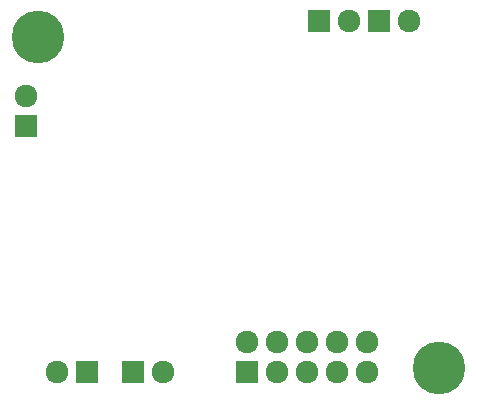
<source format=gbs>
G04 (created by PCBNEW (2013-07-07 BZR 4022)-stable) date 16/12/2013 13:18:01*
%MOIN*%
G04 Gerber Fmt 3.4, Leading zero omitted, Abs format*
%FSLAX34Y34*%
G01*
G70*
G90*
G04 APERTURE LIST*
%ADD10C,0.00393701*%
%ADD11R,0.075748X0.075748*%
%ADD12C,0.075748*%
%ADD13C,0.175748*%
G04 APERTURE END LIST*
G54D10*
G54D11*
X38950Y-8900D03*
G54D12*
X39950Y-8900D03*
G54D11*
X36950Y-8900D03*
G54D12*
X37950Y-8900D03*
G54D11*
X27165Y-12417D03*
G54D12*
X27165Y-11417D03*
G54D11*
X34550Y-20600D03*
G54D12*
X34550Y-19600D03*
X35550Y-20600D03*
X35550Y-19600D03*
X36550Y-20600D03*
X36550Y-19600D03*
X37550Y-20600D03*
X37550Y-19600D03*
X38550Y-20600D03*
X38550Y-19600D03*
G54D11*
X30750Y-20600D03*
G54D12*
X31750Y-20600D03*
G54D11*
X29200Y-20600D03*
G54D12*
X28200Y-20600D03*
G54D13*
X40944Y-20472D03*
X27559Y-9448D03*
M02*

</source>
